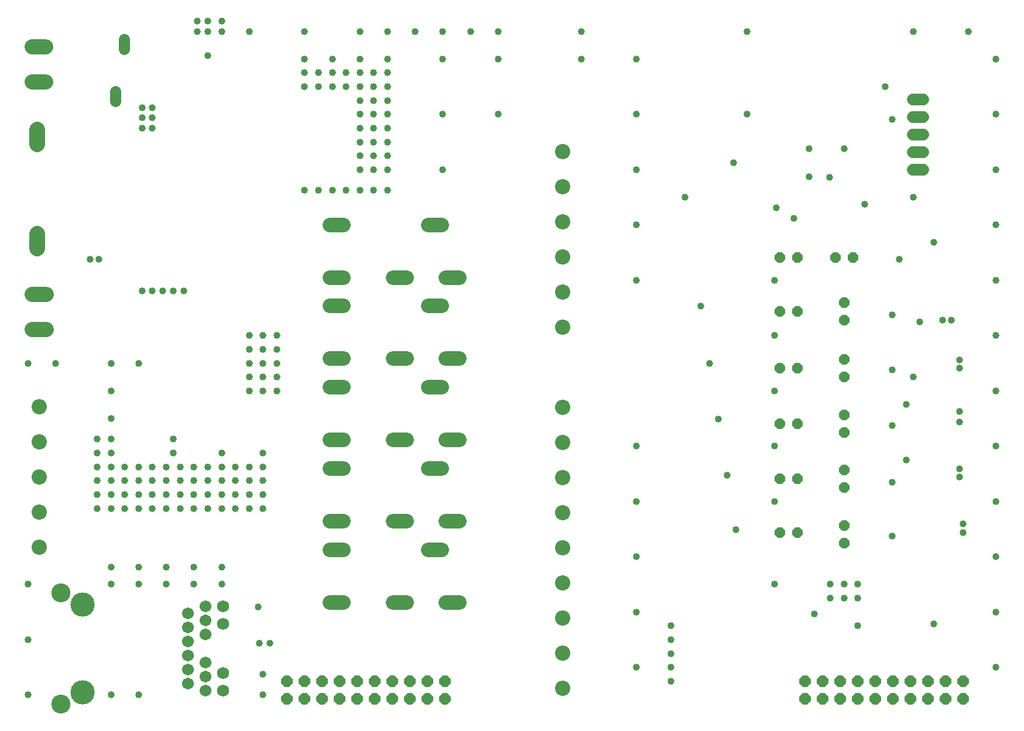
<source format=gbs>
G75*
%MOIN*%
%OFA0B0*%
%FSLAX25Y25*%
%IPPOS*%
%LPD*%
%AMOC8*
5,1,8,0,0,1.08239X$1,22.5*
%
%ADD10C,0.06800*%
%ADD11C,0.08674*%
%ADD12C,0.09068*%
%ADD13C,0.06343*%
%ADD14C,0.08477*%
%ADD15C,0.06737*%
%ADD16C,0.06883*%
%ADD17C,0.13792*%
%ADD18C,0.10839*%
%ADD19OC8,0.06000*%
%ADD20C,0.08674*%
%ADD21OC8,0.06400*%
%ADD22C,0.03975*%
D10*
X0551050Y0339089D02*
X0557050Y0339089D01*
X0557050Y0349089D02*
X0551050Y0349089D01*
X0551050Y0359089D02*
X0557050Y0359089D01*
X0557050Y0369089D02*
X0551050Y0369089D01*
X0551050Y0379089D02*
X0557050Y0379089D01*
D11*
X0057510Y0389070D02*
X0049636Y0389070D01*
X0049636Y0409070D02*
X0057510Y0409070D01*
X0057676Y0268125D02*
X0049802Y0268125D01*
X0049802Y0248125D02*
X0057676Y0248125D01*
D12*
X0052278Y0294523D02*
X0052278Y0302790D01*
X0052278Y0353774D02*
X0052278Y0362042D01*
D13*
X0097003Y0378050D02*
X0097003Y0383593D01*
X0102121Y0407814D02*
X0102121Y0413357D01*
D14*
X0219050Y0307869D02*
X0226727Y0307869D01*
X0226727Y0277869D02*
X0219050Y0277869D01*
X0219050Y0261609D02*
X0226727Y0261609D01*
X0255212Y0277869D02*
X0262889Y0277869D01*
X0275212Y0261609D02*
X0282889Y0261609D01*
X0285212Y0277869D02*
X0292889Y0277869D01*
X0282889Y0307869D02*
X0275212Y0307869D01*
X0285212Y0231609D02*
X0292889Y0231609D01*
X0282889Y0215349D02*
X0275212Y0215349D01*
X0262889Y0231609D02*
X0255212Y0231609D01*
X0226727Y0231609D02*
X0219050Y0231609D01*
X0219050Y0215349D02*
X0226727Y0215349D01*
X0226727Y0185349D02*
X0219050Y0185349D01*
X0219050Y0169089D02*
X0226727Y0169089D01*
X0255212Y0185349D02*
X0262889Y0185349D01*
X0275212Y0169089D02*
X0282889Y0169089D01*
X0285212Y0185349D02*
X0292889Y0185349D01*
X0292889Y0139089D02*
X0285212Y0139089D01*
X0282889Y0122830D02*
X0275212Y0122830D01*
X0262889Y0139089D02*
X0255212Y0139089D01*
X0226727Y0139089D02*
X0219050Y0139089D01*
X0219050Y0122830D02*
X0226727Y0122830D01*
X0226727Y0092830D02*
X0219050Y0092830D01*
X0255212Y0092830D02*
X0262889Y0092830D01*
X0285212Y0092830D02*
X0292889Y0092830D01*
D15*
X0148460Y0090428D03*
X0148460Y0082436D03*
X0148460Y0074444D03*
X0138460Y0070467D03*
X0138460Y0062475D03*
X0138460Y0054483D03*
X0138460Y0046491D03*
X0148460Y0050467D03*
X0148460Y0042475D03*
X0148460Y0058460D03*
X0138460Y0078460D03*
X0138460Y0086452D03*
D16*
X0158460Y0090428D03*
X0158460Y0080428D03*
X0158460Y0052475D03*
X0158460Y0042475D03*
D17*
X0078460Y0041491D03*
X0078460Y0091452D03*
D18*
X0065940Y0098204D03*
X0065940Y0034739D03*
D19*
X0475428Y0132436D03*
X0485428Y0132436D03*
X0511924Y0136452D03*
X0511924Y0126452D03*
X0511924Y0157948D03*
X0511924Y0167948D03*
X0511924Y0189444D03*
X0511924Y0199444D03*
X0511924Y0220940D03*
X0511924Y0230940D03*
X0511924Y0253420D03*
X0511924Y0263420D03*
X0485428Y0258420D03*
X0475428Y0258420D03*
X0475428Y0288932D03*
X0485428Y0288932D03*
X0506924Y0288932D03*
X0516924Y0288932D03*
X0485428Y0225940D03*
X0475428Y0225940D03*
X0475428Y0194444D03*
X0485428Y0194444D03*
X0485428Y0162948D03*
X0475428Y0162948D03*
D20*
X0351589Y0163858D03*
X0351589Y0183858D03*
X0351589Y0203858D03*
X0351589Y0249291D03*
X0351589Y0269291D03*
X0351589Y0289291D03*
X0351589Y0309527D03*
X0351589Y0329527D03*
X0351589Y0349527D03*
X0351589Y0143818D03*
X0351589Y0123818D03*
X0351589Y0103818D03*
X0351589Y0083739D03*
X0351589Y0063739D03*
X0351589Y0043739D03*
X0053755Y0124094D03*
X0053755Y0144094D03*
X0053755Y0164094D03*
X0053755Y0184094D03*
X0053755Y0204094D03*
D21*
X0194778Y0047869D03*
X0204778Y0047869D03*
X0214778Y0047869D03*
X0224778Y0047869D03*
X0234778Y0047869D03*
X0244778Y0047869D03*
X0254778Y0047869D03*
X0264778Y0047869D03*
X0274778Y0047869D03*
X0284778Y0047869D03*
X0284778Y0037869D03*
X0274778Y0037869D03*
X0264778Y0037869D03*
X0254778Y0037869D03*
X0244778Y0037869D03*
X0234778Y0037869D03*
X0224778Y0037869D03*
X0214778Y0037869D03*
X0204778Y0037869D03*
X0194778Y0037869D03*
X0489857Y0037869D03*
X0499857Y0037869D03*
X0509857Y0037869D03*
X0519857Y0037869D03*
X0529857Y0037869D03*
X0539857Y0037869D03*
X0549857Y0037869D03*
X0559857Y0037869D03*
X0569857Y0037869D03*
X0579857Y0037869D03*
X0579857Y0047869D03*
X0569857Y0047869D03*
X0559857Y0047869D03*
X0549857Y0047869D03*
X0539857Y0047869D03*
X0529857Y0047869D03*
X0519857Y0047869D03*
X0509857Y0047869D03*
X0499857Y0047869D03*
X0489857Y0047869D03*
D22*
X0047357Y0039916D03*
X0047357Y0071412D03*
X0047357Y0102908D03*
X0094601Y0102908D03*
X0110349Y0102908D03*
X0110349Y0112751D03*
X0094601Y0112751D03*
X0126097Y0112751D03*
X0126097Y0102908D03*
X0141845Y0102908D03*
X0157593Y0102908D03*
X0157593Y0112751D03*
X0141845Y0112751D03*
X0178263Y0090113D03*
X0179247Y0069444D03*
X0185152Y0069444D03*
X0181215Y0051727D03*
X0181215Y0039916D03*
X0110349Y0039916D03*
X0094601Y0039916D03*
X0094601Y0146215D03*
X0086727Y0146215D03*
X0086727Y0154089D03*
X0094601Y0154089D03*
X0102475Y0154089D03*
X0110349Y0154089D03*
X0110349Y0146215D03*
X0102475Y0146215D03*
X0118223Y0146215D03*
X0126097Y0146215D03*
X0133971Y0146215D03*
X0141845Y0146215D03*
X0149719Y0146215D03*
X0157593Y0146215D03*
X0165467Y0146215D03*
X0173341Y0146215D03*
X0181215Y0146215D03*
X0181215Y0154089D03*
X0173341Y0154089D03*
X0165467Y0154089D03*
X0157593Y0154089D03*
X0149719Y0154089D03*
X0141845Y0154089D03*
X0133971Y0154089D03*
X0126097Y0154089D03*
X0118223Y0154089D03*
X0118223Y0161963D03*
X0126097Y0161963D03*
X0133971Y0161963D03*
X0141845Y0161963D03*
X0149719Y0161963D03*
X0157593Y0161963D03*
X0165467Y0161963D03*
X0173341Y0161963D03*
X0181215Y0161963D03*
X0181215Y0169837D03*
X0173341Y0169837D03*
X0165467Y0169837D03*
X0157593Y0169837D03*
X0149719Y0169837D03*
X0141845Y0169837D03*
X0133971Y0169837D03*
X0126097Y0169837D03*
X0118223Y0169837D03*
X0110349Y0169837D03*
X0102475Y0169837D03*
X0094601Y0169837D03*
X0086727Y0169837D03*
X0086727Y0161963D03*
X0094601Y0161963D03*
X0102475Y0161963D03*
X0110349Y0161963D03*
X0094601Y0177712D03*
X0086727Y0177712D03*
X0086727Y0185586D03*
X0094601Y0185586D03*
X0094601Y0197397D03*
X0094601Y0213145D03*
X0094601Y0228893D03*
X0110349Y0228893D03*
X0063105Y0228893D03*
X0047357Y0228893D03*
X0112318Y0270231D03*
X0118223Y0270231D03*
X0124129Y0270231D03*
X0130034Y0270231D03*
X0135940Y0270231D03*
X0173341Y0244641D03*
X0173341Y0236767D03*
X0181215Y0236767D03*
X0181215Y0244641D03*
X0189089Y0244641D03*
X0189089Y0236767D03*
X0189089Y0228893D03*
X0181215Y0228893D03*
X0173341Y0228893D03*
X0173341Y0221019D03*
X0181215Y0221019D03*
X0189089Y0221019D03*
X0189089Y0213145D03*
X0181215Y0213145D03*
X0173341Y0213145D03*
X0130034Y0185586D03*
X0130034Y0177712D03*
X0157593Y0177712D03*
X0181215Y0177712D03*
X0087712Y0287948D03*
X0082790Y0287948D03*
X0112318Y0362751D03*
X0118223Y0362751D03*
X0118223Y0368656D03*
X0112318Y0368656D03*
X0112318Y0374562D03*
X0118223Y0374562D03*
X0149719Y0404089D03*
X0149719Y0417869D03*
X0143814Y0417869D03*
X0143814Y0423774D03*
X0149719Y0423774D03*
X0157593Y0423774D03*
X0157593Y0417869D03*
X0173341Y0417869D03*
X0204837Y0417869D03*
X0204837Y0402121D03*
X0204837Y0394247D03*
X0212712Y0394247D03*
X0220586Y0394247D03*
X0228460Y0394247D03*
X0236334Y0394247D03*
X0244208Y0394247D03*
X0252082Y0394247D03*
X0252082Y0402121D03*
X0236334Y0402121D03*
X0220586Y0402121D03*
X0220586Y0386373D03*
X0212712Y0386373D03*
X0204837Y0386373D03*
X0228460Y0386373D03*
X0236334Y0386373D03*
X0244208Y0386373D03*
X0252082Y0386373D03*
X0252082Y0378499D03*
X0252082Y0370625D03*
X0244208Y0370625D03*
X0244208Y0378499D03*
X0236334Y0378499D03*
X0236334Y0370625D03*
X0236334Y0362751D03*
X0244208Y0362751D03*
X0252082Y0362751D03*
X0252082Y0354877D03*
X0244208Y0354877D03*
X0236334Y0354877D03*
X0236334Y0347003D03*
X0244208Y0347003D03*
X0252082Y0347003D03*
X0252082Y0339129D03*
X0244208Y0339129D03*
X0236334Y0339129D03*
X0236334Y0327318D03*
X0244208Y0327318D03*
X0252082Y0327318D03*
X0228460Y0327318D03*
X0220586Y0327318D03*
X0212712Y0327318D03*
X0204837Y0327318D03*
X0283578Y0339129D03*
X0283578Y0370625D03*
X0315074Y0370625D03*
X0315074Y0402121D03*
X0315074Y0417869D03*
X0299326Y0417869D03*
X0283578Y0417869D03*
X0267830Y0417869D03*
X0252082Y0417869D03*
X0236334Y0417869D03*
X0283578Y0402121D03*
X0362318Y0402121D03*
X0362318Y0417869D03*
X0393814Y0402121D03*
X0393814Y0370625D03*
X0393814Y0339129D03*
X0421373Y0323381D03*
X0448932Y0343066D03*
X0473538Y0317475D03*
X0483381Y0311570D03*
X0492239Y0335192D03*
X0503755Y0334639D03*
X0511924Y0350940D03*
X0492239Y0350940D03*
X0456806Y0370625D03*
X0456806Y0417869D03*
X0535546Y0386373D03*
X0539483Y0367672D03*
X0551294Y0323381D03*
X0523735Y0319444D03*
X0563105Y0297790D03*
X0543420Y0287948D03*
X0539483Y0256452D03*
X0555231Y0252515D03*
X0568026Y0253499D03*
X0572948Y0253499D03*
X0598538Y0244641D03*
X0577869Y0230861D03*
X0577869Y0225940D03*
X0598538Y0213145D03*
X0577869Y0201334D03*
X0577869Y0195428D03*
X0598538Y0181649D03*
X0577869Y0168853D03*
X0577869Y0163932D03*
X0598538Y0150152D03*
X0579837Y0137357D03*
X0579837Y0132436D03*
X0598538Y0118656D03*
X0598538Y0087160D03*
X0563105Y0080271D03*
X0598538Y0055664D03*
X0519798Y0079286D03*
X0519798Y0095034D03*
X0511924Y0095034D03*
X0511924Y0102908D03*
X0519798Y0102908D03*
X0504050Y0102908D03*
X0504050Y0095034D03*
X0495192Y0086176D03*
X0472554Y0102908D03*
X0450290Y0134030D03*
X0472554Y0150152D03*
X0445290Y0165212D03*
X0472554Y0181649D03*
X0440290Y0197180D03*
X0472554Y0213145D03*
X0435290Y0228755D03*
X0472554Y0244641D03*
X0430290Y0261314D03*
X0393814Y0276137D03*
X0393814Y0307633D03*
X0472554Y0276137D03*
X0539483Y0224956D03*
X0551294Y0221019D03*
X0547357Y0205271D03*
X0539483Y0193460D03*
X0547357Y0173774D03*
X0539483Y0160979D03*
X0539483Y0130467D03*
X0413499Y0079286D03*
X0413499Y0071412D03*
X0413499Y0063538D03*
X0413499Y0055664D03*
X0413499Y0047790D03*
X0393814Y0055664D03*
X0393814Y0087160D03*
X0393814Y0118656D03*
X0393814Y0150152D03*
X0393814Y0181649D03*
X0598538Y0276137D03*
X0598538Y0307633D03*
X0598538Y0339129D03*
X0598538Y0370625D03*
X0598538Y0402121D03*
X0582790Y0417869D03*
X0551294Y0417869D03*
M02*

</source>
